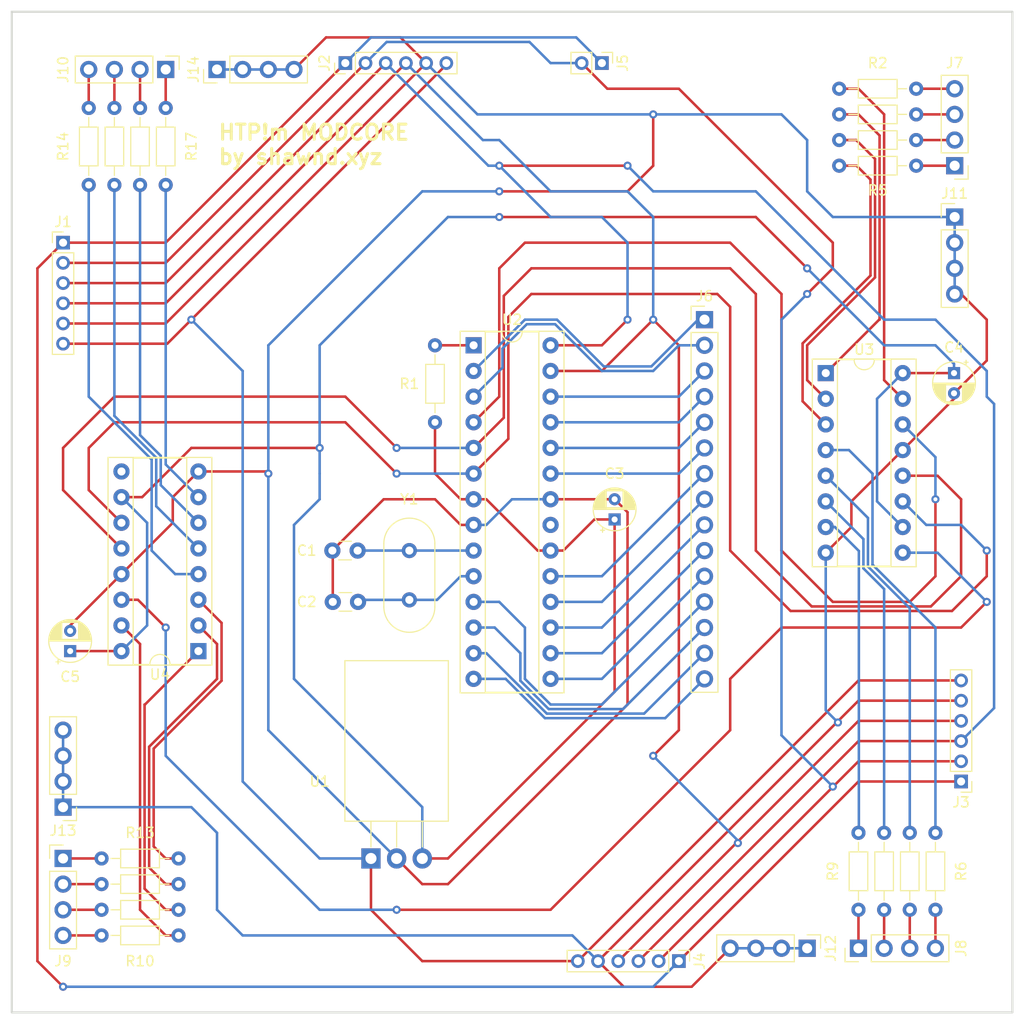
<source format=kicad_pcb>
(kicad_pcb (version 20221018) (generator pcbnew)
  (title_block (title "HTP!m MODCORE") (date "2023-09-22") (rev "01") (company "shawnd.xyz") (comment 1 "voltage lines of the model railroad.") (comment 2 "I2C to control an array of outputs and provides a power source with a bus for the") (comment 3 "The core of each module provides the module with the ability to receive commands via"))
  (layers (0 "F.Cu" signal) (31 "B.Cu" signal) (34 "B.Paste" user) (35 "F.Paste" user) (36 "B.SilkS" user "B.Silkscreen") (37 "F.SilkS" user "F.Silkscreen") (38 "B.Mask" user) (39 "F.Mask" user) (44 "Edge.Cuts" user))
  (net 0 "")
  (net 1 "GND")
  (net 2 "Net-(U2-XTAL1{slash}PB6)")
  (net 3 "Net-(U2-XTAL2{slash}PB7)")
  (net 4 "Net-(U1-OUT)")
  (net 5 "Net-(J1-Pin_1)")
  (net 6 "Net-(J1-Pin_2)")
  (net 7 "Net-(J1-Pin_3)")
  (net 8 "Net-(J1-Pin_4)")
  (net 9 "Net-(J1-Pin_6)")
  (net 10 "Net-(J6-Pin_1)")
  (net 11 "Net-(J6-Pin_2)")
  (net 12 "Net-(J6-Pin_3)")
  (net 13 "Net-(J6-Pin_4)")
  (net 14 "Net-(J6-Pin_5)")
  (net 15 "Net-(J6-Pin_6)")
  (net 16 "Net-(J6-Pin_7)")
  (net 17 "Net-(J6-Pin_8)")
  (net 18 "Net-(J6-Pin_9)")
  (net 19 "Net-(J6-Pin_10)")
  (net 20 "Net-(J6-Pin_11)")
  (net 21 "Net-(J6-Pin_12)")
  (net 22 "Net-(J6-Pin_13)")
  (net 23 "Net-(J6-Pin_14)")
  (net 24 "Net-(J6-Pin_15)")
  (net 25 "Net-(J7-Pin_1)")
  (net 26 "Net-(J7-Pin_2)")
  (net 27 "Net-(J7-Pin_3)")
  (net 28 "Net-(J7-Pin_4)")
  (net 29 "Net-(J8-Pin_1)")
  (net 30 "Net-(J8-Pin_2)")
  (net 31 "Net-(J8-Pin_3)")
  (net 32 "Net-(J8-Pin_4)")
  (net 33 "Net-(J9-Pin_1)")
  (net 34 "Net-(J9-Pin_2)")
  (net 35 "Net-(J9-Pin_3)")
  (net 36 "Net-(J9-Pin_4)")
  (net 37 "Net-(J10-Pin_1)")
  (net 38 "Net-(J10-Pin_2)")
  (net 39 "Net-(J10-Pin_3)")
  (net 40 "Net-(J10-Pin_4)")
  (net 41 "Net-(U2-~{RESET}{slash}PC6)")
  (net 42 "Net-(U3-QA)")
  (net 43 "Net-(U3-QB)")
  (net 44 "Net-(U3-QC)")
  (net 45 "Net-(U3-QD)")
  (net 46 "Net-(U3-QE)")
  (net 47 "Net-(U3-QF)")
  (net 48 "Net-(U3-QG)")
  (net 49 "Net-(U3-QH)")
  (net 50 "Net-(U4-QA)")
  (net 51 "Net-(U4-QB)")
  (net 52 "Net-(U4-QC)")
  (net 53 "Net-(U4-QD)")
  (net 54 "Net-(U4-QE)")
  (net 55 "Net-(U4-QF)")
  (net 56 "Net-(U4-QG)")
  (net 57 "Net-(U4-QH)")
  (net 58 "Net-(U2-PD2)")
  (net 59 "Net-(U2-PD3)")
  (net 60 "Net-(U2-PD4)")
  (net 62 "Net-(U3-QH')")
  (footprint "Resistor_THT:R_Axial_DIN0204_L3.6mm_D1.6mm_P7.62mm_Horizontal" (layer "F.Cu") (at 116.84 37.465 90)
    (fp_text reference "R15" hide)
    (fp_text value "400Ω" hide)
  )
  (footprint "Resistor_THT:R_Axial_DIN0204_L3.6mm_D1.6mm_P7.62mm_Horizontal" (layer "F.Cu") (at 188.595 27.94)
    (fp_text reference "R2")
    (fp_text value "400Ω" hide)
  )
  (footprint "Connector_PinHeader_2.54mm:PinHeader_1x04_P2.54mm_Vertical" (layer "F.Cu") (at 111.76 104.14)
    (fp_text reference "J9")
    (fp_text value "Conn_01x04_Pin" hide)
  )
  (footprint "Resistor_THT:R_Axial_DIN0204_L3.6mm_D1.6mm_P7.62mm_Horizontal" (layer "F.Cu") (at 193.04 101.6 -90)
    (fp_text reference "R8" hide)
    (fp_text value "400Ω" hide)
  )
  (footprint "Resistor_THT:R_Axial_DIN0204_L3.6mm_D1.6mm_P7.62mm_Horizontal" (layer "F.Cu") (at 123.19 106.68 180)
    (fp_text reference "R12" hide)
    (fp_text value "400Ω" hide)
  )
  (footprint "Connector_PinHeader_2.00mm:PinHeader_1x06_P2.00mm_Vertical" (layer "F.Cu") (at 200.66 96.52 180)
    (fp_text reference "J3")
    (fp_text value "Conn_01x06_Pin")
  )
  (footprint "Package_TO_SOT_THT:TO-220-3_Horizontal_TabDown" (layer "F.Cu") (at 142.24 104.14)
    (fp_text reference "U1")
    (fp_text value "L7805")
  )
  (footprint "Connector_PinHeader_2.54mm:PinHeader_1x04_P2.54mm_Vertical" (layer "F.Cu") (at 190.5 113.03 90)
    (fp_text reference "J8")
    (fp_text value "Conn_01x04_Pin" hide)
  )
  (footprint "Resistor_THT:R_Axial_DIN0204_L3.6mm_D1.6mm_P7.62mm_Horizontal" (layer "F.Cu") (at 195.58 101.6 -90)
    (fp_text reference "R7" hide)
    (fp_text value "400Ω" hide)
  )
  (footprint "Resistor_THT:R_Axial_DIN0204_L3.6mm_D1.6mm_P7.62mm_Horizontal" (layer "F.Cu") (at 198.12 101.6 -90)
    (fp_text reference "R6")
    (fp_text value "400Ω" hide)
  )
  (footprint "Resistor_THT:R_Axial_DIN0204_L3.6mm_D1.6mm_P7.62mm_Horizontal" (layer "F.Cu") (at 119.38 37.465 90)
    (fp_text reference "R16" hide)
    (fp_text value "400Ω" hide)
  )
  (footprint "Connector_PinHeader_2.54mm:PinHeader_1x04_P2.54mm_Vertical" (layer "F.Cu") (at 111.76 99.06 180)
    (fp_text reference "J13")
    (fp_text value "Conn_01x04_Pin" hide)
  )
  (footprint "Capacitor_THT:C_Disc_D3.0mm_W1.6mm_P2.50mm" (layer "F.Cu") (at 140.96 78.74 180)
    (fp_text reference "C2")
    (fp_text value "22pF")
  )
  (footprint "Resistor_THT:R_Axial_DIN0204_L3.6mm_D1.6mm_P7.62mm_Horizontal" (layer "F.Cu") (at 148.58 60.96 90)
    (fp_text reference "R1")
    (fp_text value "10kΩ")
  )
  (footprint "Capacitor_THT:CP_Radial_D4.0mm_P2.00mm" (layer "F.Cu") (at 112.46 83.61 90)
    (fp_text reference "C5")
    (fp_text value "22uF")
  )
  (footprint "Capacitor_THT:CP_Radial_D4.0mm_P2.00mm" (layer "F.Cu") (at 199.96 56.09 -90)
    (fp_text reference "C4")
    (fp_text value "22uF")
  )
  (footprint "Package_DIP:DIP-28_W7.62mm_Socket" (layer "F.Cu") (at 152.4 53.34)
    (fp_text reference "U2")
    (fp_text value "ATmega328-P")
  )
  (footprint "Resistor_THT:R_Axial_DIN0204_L3.6mm_D1.6mm_P7.62mm_Horizontal" (layer "F.Cu") (at 123.19 109.22 180)
    (fp_text reference "R11" hide)
    (fp_text value "400Ω" hide)
  )
  (footprint "Connector_PinHeader_2.54mm:PinHeader_1x15_P2.54mm_Vertical" (layer "F.Cu") (at 175.26 50.8)
    (fp_text reference "J6")
    (fp_text value "Conn_01x15_Pin" hide)
  )
  (footprint "Resistor_THT:R_Axial_DIN0204_L3.6mm_D1.6mm_P7.62mm_Horizontal" (layer "F.Cu") (at 188.595 35.56)
    (fp_text reference "R5")
    (fp_text value "400Ω" hide)
  )
  (footprint "Connector_PinHeader_2.54mm:PinHeader_1x04_P2.54mm_Vertical" (layer "F.Cu") (at 200.025 35.56 180)
    (fp_text reference "J7")
    (fp_text value "Conn_01x04_Pin" hide)
  )
  (footprint "Connector_PinHeader_2.54mm:PinHeader_1x04_P2.54mm_Vertical" (layer "F.Cu") (at 185.42 113.03 -90)
    (fp_text reference "J12")
    (fp_text value "Conn_01x04_Pin" hide)
  )
  (footprint "Package_DIP:DIP-16_W7.62mm_Socket" (layer "F.Cu") (at 125.16 83.61 180)
    (fp_text reference "U4")
    (fp_text value "74HC595")
  )
  (footprint "Resistor_THT:R_Axial_DIN0204_L3.6mm_D1.6mm_P7.62mm_Horizontal" (layer "F.Cu") (at 114.3 37.465 90)
    (fp_text reference "R14")
    (fp_text value "400Ω" hide)
  )
  (footprint "Resistor_THT:R_Axial_DIN0204_L3.6mm_D1.6mm_P7.62mm_Horizontal" (layer "F.Cu") (at 188.595 30.48)
    (fp_text reference "R3" hide)
    (fp_text value "400Ω" hide)
  )
  (footprint "Capacitor_THT:C_Disc_D3.0mm_W1.6mm_P2.50mm" (layer "F.Cu") (at 138.42 73.66)
    (fp_text reference "C1")
    (fp_text value "22pF")
  )
  (footprint "Resistor_THT:R_Axial_DIN0204_L3.6mm_D1.6mm_P7.62mm_Horizontal" (layer "F.Cu") (at 123.19 111.76 180)
    (fp_text reference "R10")
    (fp_text value "400Ω" hide)
  )
  (footprint "Connector_PinHeader_2.54mm:PinHeader_1x04_P2.54mm_Vertical" (layer "F.Cu") (at 127 26.035 90)
    (fp_text reference "J14")
    (fp_text value "Conn_01x04_Pin" hide)
  )
  (footprint "Resistor_THT:R_Axial_DIN0204_L3.6mm_D1.6mm_P7.62mm_Horizontal" (layer "F.Cu") (at 121.92 37.465 90)
    (fp_text reference "R17")
    (fp_text value "400Ω" hide)
  )
  (footprint "Resistor_THT:R_Axial_DIN0204_L3.6mm_D1.6mm_P7.62mm_Horizontal" (layer "F.Cu") (at 190.5 101.6 -90)
    (fp_text reference "R9")
    (fp_text value "400Ω" hide)
  )
  (footprint "Resistor_THT:R_Axial_DIN0204_L3.6mm_D1.6mm_P7.62mm_Horizontal" (layer "F.Cu") (at 188.595 33.02)
    (fp_text reference "R4" hide)
    (fp_text value "400Ω" hide)
  )
  (footprint "Connector_PinHeader_2.00mm:PinHeader_1x02_P2.00mm_Vertical" (layer "F.Cu") (at 165.1 25.4 -90)
    (fp_text reference "J5")
    (fp_text value "Conn_01x02_Pin" hide)
  )
  (footprint "Connector_PinHeader_2.54mm:PinHeader_1x04_P2.54mm_Vertical" (layer "F.Cu") (at 121.92 26.035 -90)
    (fp_text reference "J10")
    (fp_text value "Conn_01x04_Pin" hide)
  )
  (footprint "Connector_PinHeader_2.00mm:PinHeader_1x06_P2.00mm_Vertical" (layer "F.Cu") (at 172.72 114.3 -90)
    (fp_text reference "J4")
    (fp_text value "Conn_01x06_Pin")
  )
  (footprint "Capacitor_THT:CP_Radial_D4.0mm_P2.00mm" (layer "F.Cu") (at 166.36 70.58 90)
    (fp_text reference "C3")
    (fp_text value "10uF")
  )
  (footprint "Resistor_THT:R_Axial_DIN0204_L3.6mm_D1.6mm_P7.62mm_Horizontal" (layer "F.Cu") (at 123.19 104.14 180)
    (fp_text reference "R13")
    (fp_text value "400Ω" hide)
  )
  (footprint "Connector_PinHeader_2.00mm:PinHeader_1x06_P2.00mm_Vertical" (layer "F.Cu") (at 111.76 43.18)
    (fp_text reference "J1")
    (fp_text value "Conn_01x06_Pin")
  )
  (footprint "Crystal:Crystal_HC49-U_Vertical" (layer "F.Cu") (at 146.04 78.54 90)
    (fp_text reference "Y1")
    (fp_text value "16MHz")
  )
  (footprint "Package_DIP:DIP-16_W7.62mm_Socket" (layer "F.Cu") (at 187.26 56.09)
    (fp_text reference "U3")
    (fp_text value "74HC595")
  )
  (footprint "Connector_PinHeader_2.54mm:PinHeader_1x04_P2.54mm_Vertical" (layer "F.Cu") (at 200.025 40.64)
    (fp_text reference "J11")
    (fp_text value "Conn_01x04_Pin" hide)
  )
  (footprint "Connector_PinHeader_2.00mm:PinHeader_1x06_P2.00mm_Vertical" (layer "F.Cu") (at 139.7 25.4 90)
    (fp_text reference "J2")
    (fp_text value "Conn_01x06_Pin")
  )
  (gr_rect (start 106.68 20.32) (end 205.74 119.38) (stroke (width 0.2)) (fill none) (layer "Edge.Cuts"))
  (gr_text "HTP!m MODCORE\nby shawnd.xyz" (at 127 35.56) (layer "F.SilkS") (effects (font (size 1.5 1.5) (thickness 0.3) bold) (justify left bottom)))
  (segment (start 138.46 78.74) (end 138.46 73.7) (width 0.25) (layer "F.Cu") (net 1))
  (segment (start 117.54 75.99) (end 122.62 70.91) (width 0.25) (layer "F.Cu") (net 1))
  (segment (start 199.96 58.09) (end 199.96 58.63) (width 0.25) (layer "F.Cu") (net 1))
  (segment (start 132.08 66.04) (end 131.87 65.83) (width 0.25) (layer "F.Cu") (net 1))
  (segment (start 173.99 116.84) (end 167.26 116.84) (width 0.25) (layer "F.Cu") (net 1))
  (segment (start 203.2 54.85) (end 203.2 50.8) (width 0.25) (layer "F.Cu") (net 1))
  (segment (start 190.5 88.52) (end 188.468 90.552) (width 0.25) (layer "F.Cu") (net 1))
  (segment (start 177.8 113.03) (end 173.99 116.84) (width 0.25) (layer "F.Cu") (net 1))
  (segment (start 137.795 22.86) (end 145.16 22.86) (width 0.25) (layer "F.Cu") (net 1))
  (segment (start 188.342 90.678) (end 164.72 114.3) (width 0.25) (layer "F.Cu") (net 1))
  (segment (start 143.5 68.58) (end 148.58 68.58) (width 0.25) (layer "F.Cu") (net 1))
  (segment (start 148.58 68.58) (end 151.12 71.12) (width 0.25) (layer "F.Cu") (net 1))
  (segment (start 138.42 73.66) (end 143.5 68.58) (width 0.25) (layer "F.Cu") (net 1))
  (segment (start 147.32 106.68) (end 144.78 104.14) (width 0.25) (layer "F.Cu") (net 1))
  (segment (start 203.2 50.8) (end 200.66 48.26) (width 0.25) (layer "F.Cu") (net 1))
  (segment (start 147.7 25.4) (end 121.92 51.18) (width 0.25) (layer "F.Cu") (net 1))
  (segment (start 112.46 81.07) (end 117.54 75.99) (width 0.25) (layer "F.Cu") (net 1))
  (segment (start 145.16 22.86) (end 147.7 25.4) (width 0.25) (layer "F.Cu") (net 1))
  (segment (start 199.96 58.63) (end 194.88 63.71) (width 0.25) (layer "F.Cu") (net 1))
  (segment (start 151.12 71.12) (end 152.4 71.12) (width 0.25) (layer "F.Cu") (net 1))
  (segment (start 138.46 73.7) (end 138.42 73.66) (width 0.25) (layer "F.Cu") (net 1))
  (segment (start 189.8 68.79) (end 189.8 71.33) (width 0.25) (layer "F.Cu") (net 1))
  (segment (start 200.66 88.52) (end 190.5 88.52) (width 0.25) (layer "F.Cu") (net 1))
  (segment (start 149.86 106.68) (end 147.32 106.68) (width 0.25) (layer "F.Cu") (net 1))
  (segment (start 131.87 65.83) (end 125.16 65.83) (width 0.25) (layer "F.Cu") (net 1))
  (segment (start 154.94 101.6) (end 149.86 106.68) (width 0.25) (layer "F.Cu") (net 1))
  (segment (start 112.46 81.61) (end 112.46 81.07) (width 0.25) (layer "F.Cu") (net 1))
  (segment (start 170.18 35.56) (end 170.18 30.48) (width 0.25) (layer "F.Cu") (net 1))
  (segment (start 188.468 90.678) (end 188.342 90.678) (width 0.25) (layer "F.Cu") (net 1))
  (segment (start 121.92 51.18) (end 111.76 51.18) (width 0.25) (layer "F.Cu") (net 1))
  (segment (start 189.8 71.33) (end 187.26 73.87) (width 0.25) (layer "F.Cu") (net 1))
  (segment (start 167.64 69.86) (end 167.64 88.9) (width 0.25) (layer "F.Cu") (net 1))
  (segment (start 199.96 58.09) (end 203.2 54.85) (width 0.25) (layer "F.Cu") (net 1))
  (segment (start 167.64 88.9) (end 154.94 101.6) (width 0.25) (layer "F.Cu") (net 1))
  (segment (start 154.94 38.1) (end 167.64 38.1) (width 0.25) (layer "F.Cu") (net 1))
  (segment (start 122.62 70.91) (end 122.62 68.37) (width 0.25) (layer "F.Cu") (net 1))
  (segment (start 167.64 38.1) (end 170.18 35.56) (width 0.25) (layer "F.Cu") (net 1))
  (segment (start 122.62 68.37) (end 125.16 65.83) (width 0.25) (layer "F.Cu") (net 1))
  (segment (start 167.26 116.84) (end 164.72 114.3) (width 0.25) (layer "F.Cu") (net 1))
  (segment (start 134.62 26.035) (end 137.795 22.86) (width 0.25) (layer "F.Cu") (net 1))
  (segment (start 194.88 63.71) (end 189.8 68.79) (width 0.25) (layer "F.Cu") (net 1))
  (segment (start 166.36 68.58) (end 167.64 69.86) (width 0.25) (layer "F.Cu") (net 1))
  (segment (start 166.36 68.58) (end 160.02 68.58) (width 0.25) (layer "F.Cu") (net 1))
  (segment (start 200.66 48.26) (end 200.025 48.26) (width 0.25) (layer "F.Cu") (net 1))
  (segment (start 188.468 90.552) (end 188.468 90.678) (width 0.25) (layer "F.Cu") (net 1))
  (via (at 170.18 30.48) (size 0.8) (drill 0.4) (layers "F.Cu" "B.Cu") (net 1))
  (via (at 132.08 66.04) (size 0.8) (drill 0.4) (layers "F.Cu" "B.Cu") (net 1))
  (via (at 188.468 90.678) (size 0.8) (drill 0.4) (layers "F.Cu" "B.Cu") (net 1))
  (via (at 154.94 38.1) (size 0.8) (drill 0.4) (layers "F.Cu" "B.Cu") (net 1))
  (segment (start 129.54 26.035) (end 132.08 26.035) (width 0.25) (layer "B.Cu") (net 1))
  (segment (start 129.54 111.76) (end 162.18 111.76) (width 0.25) (layer "B.Cu") (net 1))
  (segment (start 187.96 40.64) (end 200.025 40.64) (width 0.25) (layer "B.Cu") (net 1))
  (segment (start 187.26 89.47) (end 188.468 90.678) (width 0.25) (layer "B.Cu") (net 1))
  (segment (start 170.18 30.48) (end 182.88 30.48) (width 0.25) (layer "B.Cu") (net 1))
  (segment (start 127 109.22) (end 129.54 111.76) (width 0.25) (layer "B.Cu") (net 1))
  (segment (start 127 26.035) (end 129.54 26.035) (width 0.25) (layer "B.Cu") (net 1))
  (segment (start 132.08 91.44) (end 132.08 66.04) (width 0.25) (layer "B.Cu") (net 1))
  (segment (start 132.08 53.34) (end 147.32 38.1) (width 0.25) (layer "B.Cu") (net 1))
  (segment (start 200.025 40.64) (end 200.025 43.18) (width 0.25) (layer "B.Cu") (net 1))
  (segment (start 180.34 113.03) (end 177.8 113.03) (width 0.25) (layer "B.Cu") (net 1))
  (segment (start 111.76 93.98) (end 111.76 91.44) (width 0.25) (layer "B.Cu") (net 1))
  (segment (start 182.88 113.03) (end 180.34 113.03) (width 0.25) (layer "B.Cu") (net 1))
  (segment (start 111.76 96.52) (end 111.76 93.98) (width 0.25) (layer "B.Cu") (net 1))
  (segment (start 162.18 111.76) (end 164.72 114.3) (width 0.25) (layer "B.Cu") (net 1))
  (segment (start 170.18 30.48) (end 152.78 30.48) (width 0.25) (layer "B.Cu") (net 1))
  (segment (start 124.46 99.06) (end 127 101.6) (width 0.25) (layer "B.Cu") (net 1))
  (segment (start 153.66 71.12) (end 156.2 68.58) (width 0.25) (layer "B.Cu") (net 1))
  (segment (start 152.4 71.12) (end 153.66 71.12) (width 0.25) (layer "B.Cu") (net 1))
  (segment (start 132.08 66.04) (end 132.08 53.34) (width 0.25) (layer "B.Cu") (net 1))
  (segment (start 127 101.6) (end 127 109.22) (width 0.25) (layer "B.Cu") (net 1))
  (segment (start 185.42 113.03) (end 182.88 113.03) (width 0.25) (layer "B.Cu") (net 1))
  (segment (start 200.025 45.72) (end 200.025 48.26) (width 0.25) (layer "B.Cu") (net 1))
  (segment (start 200.025 43.18) (end 200.025 45.72) (width 0.25) (layer "B.Cu") (net 1))
  (segment (start 185.42 38.1) (end 187.96 40.64) (width 0.25) (layer "B.Cu") (net 1))
  (segment (start 187.26 73.87) (end 187.26 89.47) (width 0.25) (layer "B.Cu") (net 1))
  (segment (start 111.76 99.06) (end 124.46 99.06) (width 0.25) (layer "B.Cu") (net 1))
  (segment (start 156.2 68.58) (end 160.02 68.58) (width 0.25) (layer "B.Cu") (net 1))
  (segment (start 152.78 30.48) (end 147.7 25.4) (width 0.25) (layer "B.Cu") (net 1))
  (segment (start 132.08 26.035) (end 134.62 26.035) (width 0.25) (layer "B.Cu") (net 1))
  (segment (start 185.42 33.02) (end 185.42 38.1) (width 0.25) (layer "B.Cu") (net 1))
  (segment (start 147.32 38.1) (end 154.94 38.1) (width 0.25) (layer "B.Cu") (net 1))
  (segment (start 111.76 99.06) (end 111.76 96.52) (width 0.25) (layer "B.Cu") (net 1))
  (segment (start 144.78 104.14) (end 132.08 91.44) (width 0.25) (layer "B.Cu") (net 1))
  (segment (start 182.88 30.48) (end 185.42 33.02) (width 0.25) (layer "B.Cu") (net 1))
  (segment (start 146.04 73.66) (end 140.92 73.66) (width 0.25) (layer "B.Cu") (net 2))
  (segment (start 152.4 73.66) (end 146.04 73.66) (width 0.25) (layer "B.Cu") (net 2))
  (segment (start 146.04 78.54) (end 141.16 78.54) (width 0.25) (layer "B.Cu") (net 3))
  (segment (start 151.12 76.2) (end 148.78 78.54) (width 0.25) (layer "B.Cu") (net 3))
  (segment (start 141.16 78.54) (end 140.96 78.74) (width 0.25) (layer "B.Cu") (net 3))
  (segment (start 148.78 78.54) (end 146.04 78.54) (width 0.25) (layer "B.Cu") (net 3))
  (segment (start 152.4 76.2) (end 151.12 76.2) (width 0.25) (layer "B.Cu") (net 3))
  (segment (start 151.12 68.58) (end 152.4 68.58) (width 0.25) (layer "F.Cu") (net 4))
  (segment (start 117.54 68.37) (end 119.59 68.37) (width 0.25) (layer "F.Cu") (net 4))
  (segment (start 158.74 73.66) (end 153.66 68.58) (width 0.25) (layer "F.Cu") (net 4))
  (segment (start 112.46 83.61) (end 117.54 83.61) (width 0.25) (layer "F.Cu") (net 4))
  (segment (start 160.02 73.66) (end 158.74 73.66) (width 0.25) (layer "F.Cu") (net 4))
  (segment (start 148.58 60.96) (end 148.58 66.04) (width 0.25) (layer "F.Cu") (net 4))
  (segment (start 154.94 40.64) (end 180.34 40.64) (width 0.25) (layer "F.Cu") (net 4))
  (segment (start 164.36 70.58) (end 166.36 70.58) (width 0.25) (layer "F.Cu") (net 4))
  (segment (start 124.46 63.5) (end 137.16 63.5) (width 0.25) (layer "F.Cu") (net 4))
  (segment (start 199.96 56.09) (end 194.88 56.09) (width 0.25) (layer "F.Cu") (net 4))
  (segment (start 161.28 73.66) (end 164.36 70.58) (width 0.25) (layer "F.Cu") (net 4))
  (segment (start 147.32 104.14) (end 149.86 104.14) (width 0.25) (layer "F.Cu") (net 4))
  (segment (start 119.59 68.37) (end 124.46 63.5) (width 0.25) (layer "F.Cu") (net 4))
  (segment (start 166.36 87.64) (end 166.36 70.58) (width 0.25) (layer "F.Cu") (net 4))
  (segment (start 180.34 40.64) (end 185.42 45.72) (width 0.25) (layer "F.Cu") (net 4))
  (segment (start 148.58 66.04) (end 151.12 68.58) (width 0.25) (layer "F.Cu") (net 4))
  (segment (start 153.66 68.58) (end 152.4 68.58) (width 0.25) (layer "F.Cu") (net 4))
  (segment (start 149.86 104.14) (end 166.36 87.64) (width 0.25) (layer "F.Cu") (net 4))
  (segment (start 160.02 73.66) (end 161.28 73.66) (width 0.25) (layer "F.Cu") (net 4))
  (via (at 185.42 45.72) (size 0.8) (drill 0.4) (layers "F.Cu" "B.Cu") (net 4))
  (via (at 137.16 63.5) (size 0.8) (drill 0.4) (layers "F.Cu" "B.Cu") (net 4))
  (via (at 154.94 40.64) (size 0.8) (drill 0.4) (layers "F.Cu" "B.Cu") (net 4))
  (segment (start 199.96 55.18) (end 199.96 56.09) (width 0.25) (layer "B.Cu") (net 4))
  (segment (start 137.16 68.58) (end 137.16 66.04) (width 0.25) (layer "B.Cu") (net 4))
  (segment (start 194.88 56.09) (end 192.34 58.63) (width 0.25) (layer "B.Cu") (net 4))
  (segment (start 117.54 83.61) (end 120.08 81.07) (width 0.25) (layer "B.Cu") (net 4))
  (segment (start 147.32 99.06) (end 144.78 96.52) (width 0.25) (layer "B.Cu") (net 4))
  (segment (start 144.78 96.52) (end 134.62 86.36) (width 0.25) (layer "B.Cu") (net 4))
  (segment (start 192.34 68.79) (end 194.88 71.33) (width 0.25) (layer "B.Cu") (net 4))
  (segment (start 134.62 71.12) (end 137.16 68.58) (width 0.25) (layer "B.Cu") (net 4))
  (segment (start 192.34 58.63) (end 192.34 68.79) (width 0.25) (layer "B.Cu") (net 4))
  (segment (start 193.04 53.34) (end 198.12 53.34) (width 0.25) (layer "B.Cu") (net 4))
  (segment (start 120.08 81.07) (end 120.08 70.91) (width 0.25) (layer "B.Cu") (net 4))
  (segment (start 137.16 53.34) (end 149.86 40.64) (width 0.25) (layer "B.Cu") (net 4))
  (segment (start 147.32 104.14) (end 147.32 99.06) (width 0.25) (layer "B.Cu") (net 4))
  (segment (start 120.08 70.91) (end 117.54 68.37) (width 0.25) (layer "B.Cu") (net 4))
  (segment (start 137.16 63.5) (end 137.16 53.34) (width 0.25) (layer "B.Cu") (net 4))
  (segment (start 198.12 53.34) (end 199.96 55.18) (width 0.25) (layer "B.Cu") (net 4))
  (segment (start 137.16 66.04) (end 137.16 63.5) (width 0.25) (layer "B.Cu") (net 4))
  (segment (start 149.86 40.64) (end 154.94 40.64) (width 0.25) (layer "B.Cu") (net 4))
  (segment (start 185.42 45.72) (end 193.04 53.34) (width 0.25) (layer "B.Cu") (net 4))
  (segment (start 134.62 86.36) (end 134.62 71.12) (width 0.25) (layer "B.Cu") (net 4))
  (segment (start 139.7 25.4) (end 121.92 43.18) (width 0.25) (layer "F.Cu") (net 5))
  (segment (start 109.22 114.3) (end 109.22 45.72) (width 0.25) (layer "F.Cu") (net 5))
  (segment (start 111.76 116.84) (end 109.22 114.3) (width 0.25) (layer "F.Cu") (net 5))
  (segment (start 109.22 45.72) (end 111.76 43.18) (width 0.25) (layer "F.Cu") (net 5))
  (segment (start 121.92 43.18) (end 111.76 43.18) (width 0.25) (layer "F.Cu") (net 5))
  (segment (start 200.66 96.52) (end 190.5 96.52) (width 0.25) (layer "F.Cu") (net 5))
  (segment (start 190.5 96.52) (end 172.72 114.3) (width 0.25) (layer "F.Cu") (net 5))
  (via (at 111.76 116.84) (size 0.8) (drill 0.4) (layers "F.Cu" "B.Cu") (net 5))
  (segment (start 142.24 22.86) (end 139.7 25.4) (width 0.25) (layer "B.Cu") (net 5))
  (segment (start 170.18 116.84) (end 172.72 114.3) (width 0.25) (layer "B.Cu") (net 5))
  (segment (start 142.24 22.86) (end 162.56 22.86) (width 0.25) (layer "B.Cu") (net 5))
  (segment (start 162.56 22.86) (end 165.1 25.4) (width 0.25) (layer "B.Cu") (net 5))
  (segment (start 111.76 116.84) (end 170.18 116.84) (width 0.25) (layer "B.Cu") (net 5))
  (segment (start 190.5 94.52) (end 187.992 97.028) (width 0.25) (layer "F.Cu") (net 6))
  (segment (start 187.96 43.18) (end 187.96 45.72) (width 0.25) (layer "F.Cu") (net 6))
  (segment (start 165.64 27.94) (end 172.72 27.94) (width 0.25) (layer "F.Cu") (net 6))
  (segment (start 187.96 97.06) (end 170.72 114.3) (width 0.25) (layer "F.Cu") (net 6))
  (segment (start 141.7 25.4) (end 121.92 45.18) (width 0.25) (layer "F.Cu") (net 6))
  (segment (start 187.96 45.72) (end 185.42 48.26) (width 0.25) (layer "F.Cu") (net 6))
  (segment (start 187.992 97.028) (end 187.96 97.028) (width 0.25) (layer "F.Cu") (net 6))
  (segment (start 187.96 97.028) (end 187.96 97.06) (width 0.25) (layer "F.Cu") (net 6))
  (segment (start 200.66 94.52) (end 190.5 94.52) (width 0.25) (layer "F.Cu") (net 6))
  (segment (start 121.92 45.18) (end 111.76 45.18) (width 0.25) (layer "F.Cu") (net 6))
  (segment (start 172.72 27.94) (end 187.96 43.18) (width 0.25) (layer "F.Cu") (net 6))
  (segment (start 163.1 25.4) (end 165.64 27.94) (width 0.25) (layer "F.Cu") (net 6))
  (via (at 185.42 48.26) (size 0.8) (drill 0.4) (layers "F.Cu" "B.Cu") (net 6))
  (via (at 187.96 97.028) (size 0.8) (drill 0.4) (layers "F.Cu" "B.Cu") (net 6))
  (segment (start 163.1 25.4) (end 160.02 25.4) (width 0.25) (layer "B.Cu") (net 6))
  (segment (start 185.42 48.26) (end 182.88 50.8) (width 0.25) (layer "B.Cu") (net 6))
  (segment (start 143.79 23.31) (end 141.7 25.4) (width 0.25) (layer "B.Cu") (net 6))
  (segment (start 182.88 50.8) (end 182.88 91.948) (width 0.25) (layer "B.Cu") (net 6))
  (segment (start 160.02 25.4) (end 157.93 23.31) (width 0.25) (layer "B.Cu") (net 6))
  (segment (start 182.88 91.948) (end 187.96 97.028) (width 0.25) (layer "B.Cu") (net 6))
  (segment (start 157.93 23.31) (end 143.79 23.31) (width 0.25) (layer "B.Cu") (net 6))
  (segment (start 190.5 92.52) (end 168.72 114.3) (width 0.25) (layer "F.Cu") (net 7))
  (segment (start 143.7 25.4) (end 121.92 47.18) (width 0.25) (layer "F.Cu") (net 7))
  (segment (start 154.94 35.56) (end 167.64 35.56) (width 0.25) (layer "F.Cu") (net 7))
  (segment (start 167.64 50.8) (end 165.1 53.34) (width 0.25) (layer "F.Cu") (net 7))
  (segment (start 200.66 92.52) (end 190.5 92.52) (width 0.25) (layer "F.Cu") (net 7))
  (segment (start 121.92 47.18) (end 111.76 47.18) (width 0.25) (layer "F.Cu") (net 7))
  (segment (start 165.1 53.34) (end 160.02 53.34) (width 0.25) (layer "F.Cu") (net 7))
  (via (at 154.94 35.56) (size 0.8) (drill 0.4) (layers "F.Cu" "B.Cu") (net 7))
  (via (at 167.64 50.8) (size 0.8) (drill 0.4) (layers "F.Cu" "B.Cu") (net 7))
  (via (at 167.64 35.56) (size 0.8) (drill 0.4) (layers "F.Cu" "B.Cu") (net 7))
  (segment (start 203.2 55.88) (end 203.2 58.42) (width 0.25) (layer "B.Cu") (net 7))
  (segment (start 170.18 38.1) (end 180.34 38.1) (width 0.25) (layer "B.Cu") (net 7))
  (segment (start 193.04 50.8) (end 198.12 50.8) (width 0.25) (layer "B.Cu") (net 7))
  (segment (start 167.64 43.18) (end 167.64 50.8) (width 0.25) (layer "B.Cu") (net 7))
  (segment (start 154.94 35.56) (end 153.86 35.56) (width 0.25) (layer "B.Cu") (net 7))
  (segment (start 203.925 59.145) (end 203.925 89.255) (width 0.25) (layer "B.Cu") (net 7))
  (segment (start 198.12 50.8) (end 203.2 55.88) (width 0.25) (layer "B.Cu") (net 7))
  (segment (start 180.34 38.1) (end 193.04 50.8) (width 0.25) (layer "B.Cu") (net 7))
  (segment (start 203.2 58.42) (end 203.925 59.145) (width 0.25) (layer "B.Cu") (net 7))
  (segment (start 165.1 40.64) (end 167.64 43.18) (width 0.25) (layer "B.Cu") (net 7))
  (segment (start 203.925 89.255) (end 200.66 92.52) (width 0.25) (layer "B.Cu") (net 7))
  (segment (start 154.94 35.56) (end 160.02 40.64) (width 0.25) (layer "B.Cu") (net 7))
  (segment (start 160.02 40.64) (end 165.1 40.64) (width 0.25) (layer "B.Cu") (net 7))
  (segment (start 167.64 35.56) (end 170.18 38.1) (width 0.25) (layer "B.Cu") (net 7))
  (segment (start 153.86 35.56) (end 143.7 25.4) (width 0.25) (layer "B.Cu") (net 7))
  (segment (start 145.7 25.4) (end 121.92 49.18) (width 0.25) (layer "F.Cu") (net 8))
  (segment (start 170.18 50.8) (end 172.72 53.34) (width 0.25) (layer "F.Cu") (net 8))
  (segment (start 178.562 102.616) (end 178.404 102.616) (width 0.25) (layer "F.Cu") (net 8))
  (segment (start 170.18 50.8) (end 165.1 55.88) (width 0.25) (layer "F.Cu") (net 8))
  (segment (start 165.1 55.88) (end 160.02 55.88) (width 0.25) (layer "F.Cu") (net 8))
  (segment (start 172.72 91.44) (end 170.18 93.98) (width 0.25) (layer "F.Cu") (net 8))
  (segment (start 200.66 90.52) (end 190.5 90.52) (width 0.25) (layer "F.Cu") (net 8))
  (segment (start 178.562 102.458) (end 178.562 102.616) (width 0.25) (layer "F.Cu") (net 8))
  (segment (start 121.92 49.18) (end 111.76 49.18) (width 0.25) (layer "F.Cu") (net 8))
  (segment (start 172.72 53.34) (end 172.72 91.44) (width 0.25) (layer "F.Cu") (net 8))
  (segment (start 178.404 102.616) (end 166.72 114.3) (width 0.25) (layer "F.Cu") (net 8))
  (segment (start 190.5 90.52) (end 178.562 102.458) (width 0.25) (layer "F.Cu") (net 8))
  (via (at 178.562 102.616) (size 0.8) (drill 0.4) (layers "F.Cu" "B.Cu") (net 8))
  (via (at 170.18 50.8) (size 0.8) (drill 0.4) (layers "F.Cu" "B.Cu") (net 8))
  (via (at 170.18 93.98) (size 0.8) (drill 0.4) (layers "F.Cu" "B.Cu") (net 8))
  (segment (start 167.64 38.1) (end 170.18 40.64) (width 0.25) (layer "B.Cu") (net 8))
  (segment (start 170.18 93.98) (end 178.562 102.362) (width 0.25) (layer "B.Cu") (net 8))
  (segment (start 178.562 102.362) (end 178.562 102.616) (width 0.25) (layer "B.Cu") (net 8))
  (segment (start 153.32 33.02) (end 145.7 25.4) (width 0.25) (layer "B.Cu") (net 8))
  (segment (start 167.64 38.1) (end 160.02 38.1) (width 0.25) (layer "B.Cu") (net 8))
  (segment (start 170.18 40.64) (end 170.18 50.8) (width 0.25) (layer "B.Cu") (net 8))
  (segment (start 154.94 33.02) (end 153.32 33.02) (width 0.25) (layer "B.Cu") (net 8))
  (segment (start 160.02 38.1) (end 154.94 33.02) (width 0.25) (layer "B.Cu") (net 8))
  (segment (start 124.46 50.8) (end 149.461802 25.798198) (width 0.25) (layer "F.Cu") (net 9))
  (segment (start 147.32 114.3) (end 162.72 114.3) (width 0.25) (layer "F.Cu") (net 9))
  (segment (start 142.24 109.22) (end 147.32 114.3) (width 0.25) (layer "F.Cu") (net 9))
  (segment (start 122.08 53.18) (end 111.76 53.18) (width 0.25) (layer "F.Cu") (net 9))
  (segment (start 190.5 86.52) (end 162.958198 114.061802) (width 0.25) (layer "F.Cu") (net 9))
  (segment (start 149.461802 25.798198) (end 149.461802 25.638198) (width 0.25) (layer "F.Cu") (net 9))
  (segment (start 200.66 86.52) (end 190.5 86.52) (width 0.25) (layer "F.Cu") (net 9))
  (segment (start 142.24 104.14) (end 142.24 109.22) (width 0.25) (layer "F.Cu") (net 9))
  (segment (start 124.46 50.8) (end 122.08 53.18) (width 0.25) (layer "F.Cu") (net 9))
  (via (at 124.46 50.8) (size 0.8) (drill 0.4) (layers "F.Cu" "B.Cu") (net 9))
  (segment (start 129.54 55.88) (end 129.54 96.52) (width 0.25) (layer "B.Cu") (net 9))
  (segment (start 129.54 96.52) (end 137.16 104.14) (width 0.25) (layer "B.Cu") (net 9))
  (segment (start 137.16 104.14) (end 142.24 104.14) (width 0.25) (layer "B.Cu") (net 9))
  (segment (start 124.46 50.8) (end 129.54 55.88) (width 0.25) (layer "B.Cu") (net 9))
  (segment (start 160.656396 50.8) (end 165.286396 55.43) (width 0.25) (layer "B.Cu") (net 10))
  (segment (start 174.623604 50.8) (end 175.26 50.8) (width 0.25) (layer "B.Cu") (net 10))
  (segment (start 157.48 50.8) (end 160.656396 50.8) (width 0.25) (layer "B.Cu") (net 10))
  (segment (start 152.4 55.88) (end 157.48 50.8) (width 0.25) (layer "B.Cu") (net 10))
  (segment (start 165.286396 55.43) (end 169.993604 55.43) (width 0.25) (layer "B.Cu") (net 10))
  (segment (start 169.993604 55.43) (end 174.623604 50.8) (width 0.25) (layer "B.Cu") (net 10))
  (segment (start 160.47 51.25) (end 165.1 55.88) (width 0.25) (layer "B.Cu") (net 11))
  (segment (start 157.666396 51.25) (end 160.47 51.25) (width 0.25) (layer "B.Cu") (net 11))
  (segment (start 172.72 53.34) (end 175.26 53.34) (width 0.25) (layer "B.Cu") (net 11))
  (segment (start 170.18 55.88) (end 172.72 53.34) (width 0.25) (layer "B.Cu") (net 11))
  (segment (start 152.4 58.42) (end 155.258198 55.561802) (width 0.25) (layer "B.Cu") (net 11))
  (segment (start 155.258198 55.561802) (end 155.258198 53.658198) (width 0.25) (layer "B.Cu") (net 11))
  (segment (start 165.1 55.88) (end 170.18 55.88) (width 0.25) (layer "B.Cu") (net 11))
  (segment (start 155.258198 53.658198) (end 157.666396 51.25) (width 0.25) (layer "B.Cu") (net 11))
  (segment (start 172.72 58.42) (end 175.26 55.88) (width 0.25) (layer "B.Cu") (net 12))
  (segment (start 160.02 58.42) (end 172.72 58.42) (width 0.25) (layer "B.Cu") (net 12))
  (segment (start 160.02 60.96) (end 172.72 60.96) (width 0.25) (layer "B.Cu") (net 13))
  (segment (start 172.72 60.96) (end 175.26 58.42) (width 0.25) (layer "B.Cu") (net 13))
  (segment (start 160.02 63.5) (end 172.72 63.5) (width 0.25) (layer "B.Cu") (net 14))
  (segment (start 172.72 63.5) (end 175.26 60.96) (width 0.25) (layer "B.Cu") (net 14))
  (segment (start 172.72 66.04) (end 175.26 63.5) (width 0.25) (layer "B.Cu") (net 15))
  (segment (start 160.02 66.04) (end 172.72 66.04) (width 0.25) (layer "B.Cu") (net 15))
  (segment (start 165.1 76.2) (end 175.26 66.04) (width 0.25) (layer "B.Cu") (net 16))
  (segment (start 160.02 76.2) (end 165.1 76.2) (width 0.25) (layer "B.Cu") (net 16))
  (segment (start 160.02 78.74) (end 165.1 78.74) (width 0.25) (layer "B.Cu") (net 17))
  (segment (start 165.1 78.74) (end 175.26 68.58) (width 0.25) (layer "B.Cu") (net 17))
  (segment (start 160.02 81.28) (end 165.1 81.28) (width 0.25) (layer "B.Cu") (net 18))
  (segment (start 165.1 81.28) (end 175.26 71.12) (width 0.25) (layer "B.Cu") (net 18))
  (segment (start 165.1 83.82) (end 175.26 73.66) (width 0.25) (layer "B.Cu") (net 19))
  (segment (start 160.02 83.82) (end 165.1 83.82) (width 0.25) (layer "B.Cu") (net 19))
  (segment (start 160.02 86.36) (end 165.1 86.36) (width 0.25) (layer "B.Cu") (net 20))
  (segment (start 165.1 86.36) (end 175.26 76.2) (width 0.25) (layer "B.Cu") (net 20))
  (segment (start 152.4 78.74) (end 154.94 78.74) (width 0.25) (layer "B.Cu") (net 21))
  (segment (start 160.02 88.9) (end 165.1 88.9) (width 0.25) (layer "B.Cu") (net 21))
  (segment (start 165.1 88.9) (end 175.26 78.74) (width 0.25) (layer "B.Cu") (net 21))
  (segment (start 154.94 78.74) (end 157.48 81.28) (width 0.25) (layer "B.Cu") (net 21))
  (segment (start 157.48 86.36) (end 160.02 88.9) (width 0.25) (layer "B.Cu") (net 21))
  (segment (start 157.48 81.28) (end 157.48 86.36) (width 0.25) (layer "B.Cu") (net 21))
  (segment (start 167.19 89.35) (end 175.26 81.28) (width 0.25) (layer "B.Cu") (net 22))
  (segment (start 152.4 81.28) (end 154.49 81.28) (width 0.25) (layer "B.Cu") (net 22))
  (segment (start 157.03 83.82) (end 157.03 86.546396) (width 0.25) (layer "B.Cu") (net 22))
  (segment (start 159.833604 89.35) (end 167.19 89.35) (width 0.25) (layer "B.Cu") (net 22))
  (segment (start 154.49 81.28) (end 157.03 83.82) (width 0.25) (layer "B.Cu") (net 22))
  (segment (start 157.03 86.546396) (end 159.833604 89.35) (width 0.25) (layer "B.Cu") (net 22))
  (segment (start 159.647208 89.8) (end 169.28 89.8) (width 0.25) (layer "B.Cu") (net 23))
  (segment (start 169.28 89.8) (end 175.26 83.82) (width 0.25) (layer "B.Cu") (net 23))
  (segment (start 152.4 83.82) (end 153.667208 83.82) (width 0.25) (layer "B.Cu") (net 23))
  (segment (start 153.667208 83.82) (end 159.647208 89.8) (width 0.25) (layer "B.Cu") (net 23))
  (segment (start 152.4 86.36) (end 155.570812 86.36) (width 0.25) (layer "B.Cu") (net 24))
  (segment (start 171.37 90.25) (end 175.26 86.36) (width 0.25) (layer "B.Cu") (net 24))
  (segment (start 159.460812 90.25) (end 171.37 90.25) (width 0.25) (layer "B.Cu") (net 24))
  (segment (start 155.570812 86.36) (end 159.460812 90.25) (width 0.25) (layer "B.Cu") (net 24))
  (segment (start 200.025 35.56) (end 196.215 35.56) (width 0.25) (layer "F.Cu") (net 25))
  (segment (start 196.215 33.02) (end 200.025 33.02) (width 0.25) (layer "F.Cu") (net 26))
  (segment (start 200.025 30.48) (end 196.215 30.48) (width 0.25) (layer "F.Cu") (net 27))
  (segment (start 196.215 27.94) (end 200.025 27.94) (width 0.25) (layer "F.Cu") (net 28))
  (segment (start 190.5 109.22) (end 190.5 113.03) (width 0.25) (layer "F.Cu") (net 29))
  (segment (start 193.04 113.03) (end 193.04 109.22) (width 0.25) (layer "F.Cu") (net 30))
  (segment (start 195.58 109.22) (end 195.58 113.03) (width 0.25) (layer "F.Cu") (net 31))
  (segment (start 198.12 109.22) (end 198.12 113.03) (width 0.25) (layer "F.Cu") (net 32))
  (segment (start 115.57 104.14) (end 111.76 104.14) (width 0.25) (layer "F.Cu") (net 33))
  (segment (start 111.76 106.68) (end 115.57 106.68) (width 0.25) (layer "F.Cu") (net 34))
  (segment (start 115.57 109.22) (end 111.76 109.22) (width 0.25) (layer "F.Cu") (net 35))
  (segment (start 111.76 111.76) (end 115.57 111.76) (width 0.25) (layer "F.Cu") (net 36))
  (segment (start 121.92 26.035) (end 121.92 29.845) (width 0.25) (layer "F.Cu") (net 37))
  (segment (start 119.38 29.845) (end 119.38 26.035) (width 0.25) (layer "F.Cu") (net 38))
  (segment (start 116.84 26.035) (end 116.84 29.845) (width 0.25) (layer "F.Cu") (net 39))
  (segment (start 114.3 29.845) (end 114.3 26.035) (width 0.25) (layer "F.Cu") (net 40))
  (segment (start 152.4 53.34) (end 148.58 53.34) (width 0.25) (layer "F.Cu") (net 41))
  (segment (start 193.04 56.79) (end 193.04 30.48) (width 0.25) (layer "F.Cu") (net 42))
  (segment (start 194.88 58.63) (end 193.04 56.79) (width 0.25) (layer "F.Cu") (net 42))
  (segment (start 193.04 30.48) (end 190.5 27.94) (width 0.25) (layer "F.Cu") (net 42))
  (segment (start 190.5 27.94) (end 188.595 27.94) (width 0.25) (layer "F.Cu") (net 42))
  (segment (start 187.26 56.09) (end 192.55 50.8) (width 0.25) (layer "F.Cu") (net 43))
  (segment (start 192.59 50.8) (end 192.59 32.57) (width 0.25) (layer "F.Cu") (net 43))
  (segment (start 192.59 32.57) (end 190.5 30.48) (width 0.25) (layer "F.Cu") (net 43))
  (segment (start 192.55 50.8) (end 192.59 50.8) (width 0.25) (layer "F.Cu") (net 43))
  (segment (start 190.5 30.48) (end 188.595 30.48) (width 0.25) (layer "F.Cu") (net 43))
  (segment (start 185.42 53.34) (end 192.14 46.62) (width 0.25) (layer "F.Cu") (net 44))
  (segment (start 192.14 46.62) (end 192.14 34.885) (width 0.25) (layer "F.Cu") (net 44))
  (segment (start 192.14 34.885) (end 190.275 33.02) (width 0.25) (layer "F.Cu") (net 44))
  (segment (start 185.42 56.79) (end 185.42 53.34) (width 0.25) (layer "F.Cu") (net 44))
  (segment (start 190.275 33.02) (end 188.595 33.02) (width 0.25) (layer "F.Cu") (net 44))
  (segment (start 187.26 58.63) (end 185.42 56.79) (width 0.25) (layer "F.Cu") (net 44))
  (segment (start 187.26 61.17) (end 184.97 58.88) (width 0.25) (layer "F.Cu") (net 45))
  (segment (start 184.97 58.88) (end 184.97 53.153604) (width 0.25) (layer "F.Cu") (net 45))
  (segment (start 191.69 36.936396) (end 190.313604 35.56) (width 0.25) (layer "F.Cu") (net 45))
  (segment (start 191.69 46.433604) (end 191.69 36.936396) (width 0.25) (layer "F.Cu") (net 45))
  (segment (start 190.313604 35.56) (end 188.595 35.56) (width 0.25) (layer "F.Cu") (net 45))
  (segment (start 184.97 53.153604) (end 191.69 46.433604) (width 0.25) (layer "F.Cu") (net 45))
  (segment (start 189.56 63.71) (end 191.89 66.04) (width 0.25) (layer "B.Cu") (net 46))
  (segment (start 191.89 75.05) (end 198.12 81.28) (width 0.25) (layer "B.Cu") (net 46))
  (segment (start 191.89 66.04) (end 191.89 75.05) (width 0.25) (layer "B.Cu") (net 46))
  (segment (start 198.12 81.28) (end 198.12 101.6) (width 0.25) (layer "B.Cu") (net 46))
  (segment (start 187.26 63.71) (end 189.56 63.71) (width 0.25) (layer "B.Cu") (net 46))
  (segment (start 191.44 75.236396) (end 195.58 79.376396) (width 0.25) (layer "B.Cu") (net 47))
  (segment (start 187.26 66.25) (end 191.44 70.43) (width 0.25) (layer "B.Cu") (net 47))
  (segment (start 191.44 70.43) (end 191.44 75.236396) (width 0.25) (layer "B.Cu") (net 47))
  (segment (start 195.58 79.376396) (end 195.58 101.6) (width 0.25) (layer "B.Cu") (net 47))
  (segment (start 187.26 68.79) (end 190.99 72.52) (width 0.25) (layer "B.Cu") (net 48))
  (segment (start 193.04 77.472792) (end 193.04 101.6) (width 0.25) (layer "B.Cu") (net 48))
  (segment (start 190.99 75.422792) (end 193.04 77.472792) (width 0.25) (layer "B.Cu") (net 48))
  (segment (start 190.99 72.52) (end 190.99 75.422792) (width 0.25) (layer "B.Cu") (net 48))
  (segment (start 190.54 73.7) (end 190.54 101.56) (width 0.25) (layer "B.Cu") (net 49))
  (segment (start 188.17 71.33) (end 190.54 73.7) (width 0.25) (layer "B.Cu") (net 49))
  (segment (start 187.26 71.33) (end 188.17 71.33) (width 0.25) (layer "B.Cu") (net 49))
  (segment (start 190.54 101.56) (end 190.5 101.6) (width 0.25) (layer "B.Cu") (net 49))
  (segment (start 117.54 81.07) (end 119.38 82.91) (width 0.25) (layer "F.Cu") (net 50))
  (segment (start 121.92 111.76) (end 123.19 111.76) (width 0.25) (layer "F.Cu") (net 50))
  (segment (start 119.38 82.91) (end 119.38 109.22) (width 0.25) (layer "F.Cu") (net 50))
  (segment (start 119.38 109.22) (end 121.92 111.76) (width 0.25) (layer "F.Cu") (net 50))
  (segment (start 119.83 88.9) (end 119.83 107.13) (width 0.25) (layer "F.Cu") (net 51))
  (segment (start 119.87 88.9) (end 119.83 88.9) (width 0.25) (layer "F.Cu") (net 51))
  (segment (start 125.16 83.61) (end 119.87 88.9) (width 0.25) (layer "F.Cu") (net 51))
  (segment (start 121.92 109.22) (end 123.19 109.22) (width 0.25) (layer "F.Cu") (net 51))
  (segment (start 119.83 107.13) (end 121.92 109.22) (width 0.25) (layer "F.Cu") (net 51))
  (segment (start 127 82.91) (end 127 86.36) (width 0.25) (layer "F.Cu") (net 52))
  (segment (start 120.28 93.08) (end 120.28 105.04) (width 0.25) (layer "F.Cu") (net 52))
  (segment (start 125.16 81.07) (end 127 82.91) (width 0.25) (layer "F.Cu") (net 52))
  (segment (start 120.28 105.04) (end 121.92 106.68) (width 0.25) (layer "F.Cu") (net 52))
  (segment (start 127 86.36) (end 120.28 93.08) (width 0.25) (layer "F.Cu") (net 52))
  (segment (start 121.92 106.68) (end 123.19 106.68) (width 0.25) (layer "F.Cu") (net 52))
  (segment (start 120.73 93.266396) (end 120.73 102.95) (width 0.25) (layer "F.Cu") (net 53))
  (segment (start 121.92 104.14) (end 123.19 104.14) (width 0.25) (layer "F.Cu") (net 53))
  (segment (start 127.45 80.82) (end 127.45 86.546396) (width 0.25) (layer "F.Cu") (net 53))
  (segment (start 125.16 78.53) (end 127.45 80.82) (width 0.25) (layer "F.Cu") (net 53))
  (segment (start 127.45 86.546396) (end 120.73 93.266396) (width 0.25) (layer "F.Cu") (net 53))
  (segment (start 120.73 102.95) (end 121.92 104.14) (width 0.25) (layer "F.Cu") (net 53))
  (segment (start 120.53 64.65) (end 114.3 58.42) (width 0.25) (layer "B.Cu") (net 54))
  (segment (start 120.53 73.66) (end 120.53 64.65) (width 0.25) (layer "B.Cu") (net 54))
  (segment (start 114.3 58.42) (end 114.3 37.465) (width 0.25) (layer "B.Cu") (net 54))
  (segment (start 125.16 75.99) (end 122.86 75.99) (width 0.25) (layer "B.Cu") (net 54))
  (segment (start 122.86 75.99) (end 120.53 73.66) (width 0.25) (layer "B.Cu") (net 54))
  (segment (start 120.98 69.27) (end 120.98 64.463604) (width 0.25) (layer "B.Cu") (net 55))
  (segment (start 116.84 60.323604) (end 116.84 37.465) (width 0.25) (layer "B.Cu") (net 55))
  (segment (start 125.16 73.45) (end 120.98 69.27) (width 0.25) (layer "B.Cu") (net 55))
  (segment (start 120.98 64.463604) (end 116.84 60.323604) (width 0.25) (layer "B.Cu") (net 55))
  (segment (start 125.16 70.91) (end 121.43 67.18) (width 0.25) (layer "B.Cu") (net 56))
  (segment (start 119.38 62.227208) (end 119.38 37.465) (width 0.25) (layer "B.Cu") (net 56))
  (segment (start 121.43 64.277208) (end 119.38 62.227208) (width 0.25) (layer "B.Cu") (net 56))
  (segment (start 121.43 67.18) (end 121.43 64.277208) (width 0.25) (layer "B.Cu") (net 56))
  (segment (start 125.16 68.37) (end 121.92 65.13) (width 0.25) (layer "B.Cu") (net 57))
  (segment (start 121.92 65.13) (end 121.92 37.465) (width 0.25) (layer "B.Cu") (net 57))
  (segment (start 198.12 76.2) (end 195.58 78.74) (width 0.25) (layer "F.Cu") (net 58))
  (segment (start 154.94 58.42) (end 152.4 60.96) (width 0.25) (layer "F.Cu") (net 58))
  (segment (start 177.8 43.18) (end 157.48 43.18) (width 0.25) (layer "F.Cu") (net 58))
  (segment (start 182.88 73.66) (end 182.88 48.26) (width 0.25) (layer "F.Cu") (net 58))
  (segment (start 182.88 48.26) (end 177.8 43.18) (width 0.25) (layer "F.Cu") (net 58))
  (segment (start 195.58 78.74) (end 187.96 78.74) (width 0.25) (layer "F.Cu") (net 58))
  (segment (start 198.12 68.58) (end 198.12 76.2) (width 0.25) (layer "F.Cu") (net 58))
  (segment (start 154.94 45.72) (end 154.94 58.42) (width 0.25) (layer "F.Cu") (net 58))
  (segment (start 187.96 78.74) (end 182.88 73.66) (width 0.25) (layer "F.Cu") (net 58))
  (segment (start 157.48 43.18) (end 154.94 45.72) (width 0.25) (layer "F.Cu") (net 58))
  (via (at 198.12 68.58) (size 0.8) (drill 0.4) (layers "F.Cu" "B.Cu") (net 58))
  (segment (start 198.12 68.58) (end 198.12 64.41) (width 0.25) (layer "B.Cu") (net 58))
  (segment (start 198.12 64.41) (end 194.88 61.17) (width 0.25) (layer "B.Cu") (net 58))
  (segment (start 116.84 58.42) (end 111.76 63.5) (width 0.25) (layer "F.Cu") (net 59))
  (segment (start 152.4 63.5) (end 155.39 60.51) (width 0.25) (layer "F.Cu") (net 59))
  (segment (start 200.66 76.2) (end 200.66 68.58) (width 0.25) (layer "F.Cu") (net 59))
  (segment (start 139.7 58.42) (end 116.84 58.42) (width 0.25) (layer "F.Cu") (net 59))
  (segment (start 177.8 45.72) (end 180.34 48.26) (width 0.25) (layer "F.Cu") (net 59))
  (segment (start 111.76 67.67) (end 117.54 73.45) (width 0.25) (layer "F.Cu") (net 59))
  (segment (start 158.116396 45.72) (end 177.8 45.72) (width 0.25) (layer "F.Cu") (net 59))
  (segment (start 180.34 48.26) (end 180.34 73.66) (width 0.25) (layer "F.Cu") (net 59))
  (segment (start 185.87 79.19) (end 197.67 79.19) (width 0.25) (layer "F.Cu") (net 59))
  (segment (start 198.33 66.25) (end 194.88 66.25) (width 0.25) (layer "F.Cu") (net 59))
  (segment (start 180.34 73.66) (end 185.87 79.19) (width 0.25) (layer "F.Cu") (net 59))
  (segment (start 155.39 60.51) (end 155.39 48.446396) (width 0.25) (layer "F.Cu") (net 59))
  (segment (start 197.67 79.19) (end 200.66 76.2) (width 0.25) (layer "F.Cu") (net 59))
  (segment (start 144.78 63.5) (end 139.7 58.42) (width 0.25) (layer "F.Cu") (net 59))
  (segment (start 155.39 48.446396) (end 158.116396 45.72) (width 0.25) (layer "F.Cu") (net 59))
  (segment (start 111.76 63.5) (end 111.76 67.67) (width 0.25) (layer "F.Cu") (net 59))
  (segment (start 200.66 68.58) (end 198.33 66.25) (width 0.25) (layer "F.Cu") (net 59))
  (via (at 144.78 63.5) (size 0.8) (drill 0.4) (layers "F.Cu" "B.Cu") (net 59))
  (segment (start 152.4 63.5) (end 144.78 63.5) (width 0.25) (layer "B.Cu") (net 59))
  (segment (start 114.3 63.5) (end 114.3 67.67) (width 0.25) (layer "F.Cu") (net 60))
  (segment (start 152.4 66.04) (end 155.84 62.6) (width 0.25) (layer "F.Cu") (net 60))
  (segment (start 176.53 48.26) (end 177.8 49.53) (width 0.25) (layer "F.Cu") (net 60))
  (segment (start 144.78 66.04) (end 139.7 60.96) (width 0.25) (layer "F.Cu") (net 60))
  (segment (start 203.2 76.2) (end 203.2 73.66) (width 0.25) (layer "F.Cu") (net 60))
  (segment (start 177.8 73.66) (end 183.78 79.64) (width 0.25) (layer "F.Cu") (net 60))
  (segment (start 155.84 50.536396) (end 158.116396 48.26) (width 0.25) (layer "F.Cu") (net 60))
  (segment (start 183.78 79.64) (end 199.76 79.64) (width 0.25) (layer "F.Cu") (net 60))
  (segment (start 116.84 60.96) (end 114.3 63.5) (width 0.25) (layer "F.Cu") (net 60))
  (segment (start 158.116396 48.26) (end 176.53 48.26) (width 0.25) (layer "F.Cu") (net 60))
  (segment (start 139.7 60.96) (end 116.84 60.96) (width 0.25) (layer "F.Cu") (net 60))
  (segment (start 177.8 49.53) (end 177.8 73.66) (width 0.25) (layer "F.Cu") (net 60))
  (segment (start 199.76 79.64) (end 203.2 76.2) (width 0.25) (layer "F.Cu") (net 60))
  (segment (start 155.84 62.6) (end 155.84 50.536396) (width 0.25) (layer "F.Cu") (net 60))
  (segment (start 114.3 67.67) (end 117.54 70.91) (width 0.25) (layer "F.Cu") (net 60))
  (via (at 144.78 66.04) (size 0.8) (drill 0.4) (layers "F.Cu" "B.Cu") (net 60))
  (via (at 203.2 73.66) (size 0.8) (drill 0.4) (layers "F.Cu" "B.Cu") (net 60))
  (segment (start 197.21 71.12) (end 194.88 68.79) (width 0.25) (layer "B.Cu") (net 60))
  (segment (start 200.66 71.12) (end 197.21 71.12) (width 0.25) (layer "B.Cu") (net 60))
  (segment (start 203.2 73.66) (end 200.66 71.12) (width 0.25) (layer "B.Cu") (net 60))
  (segment (start 152.4 66.04) (end 144.78 66.04) (width 0.25) (layer "B.Cu") (net 60))
  (segment (start 182.88 81.28) (end 177.8 86.36) (width 0.25) (layer "F.Cu") (net 62))
  (segment (start 119.17 78.53) (end 117.54 78.53) (width 0.25) (layer "F.Cu") (net 62))
  (segment (start 121.92 81.28) (end 119.17 78.53) (width 0.25) (layer "F.Cu") (net 62))
  (segment (start 177.8 86.36) (end 177.8 91.44) (width 0.25) (layer "F.Cu") (net 62))
  (segment (start 160.02 109.22) (end 144.78 109.22) (width 0.25) (layer "F.Cu") (net 62))
  (segment (start 200.66 81.28) (end 182.88 81.28) (width 0.25) (layer "F.Cu") (net 62))
  (segment (start 203.2 78.74) (end 200.66 81.28) (width 0.25) (layer "F.Cu") (net 62))
  (segment (start 177.8 91.44) (end 160.02 109.22) (width 0.25) (layer "F.Cu") (net 62))
  (via (at 144.78 109.22) (size 0.8) (drill 0.4) (layers "F.Cu" "B.Cu") (net 62))
  (via (at 121.92 81.28) (size 0.8) (drill 0.4) (layers "F.Cu" "B.Cu") (net 62))
  (via (at 203.2 78.74) (size 0.8) (drill 0.4) (layers "F.Cu" "B.Cu") (net 62))
  (segment (start 144.78 109.22) (end 137.16 109.22) (width 0.25) (layer "B.Cu") (net 62))
  (segment (start 198.33 73.87) (end 203.2 78.74) (width 0.25) (layer "B.Cu") (net 62))
  (segment (start 124.46 96.52) (end 121.92 93.98) (width 0.25) (layer "B.Cu") (net 62))
  (segment (start 137.16 109.22) (end 124.46 96.52) (width 0.25) (layer "B.Cu") (net 62))
  (segment (start 121.92 93.98) (end 121.92 81.28) (width 0.25) (layer "B.Cu") (net 62))
  (segment (start 194.88 73.87) (end 198.33 73.87) (width 0.25) (layer "B.Cu") (net 62))
)
</source>
